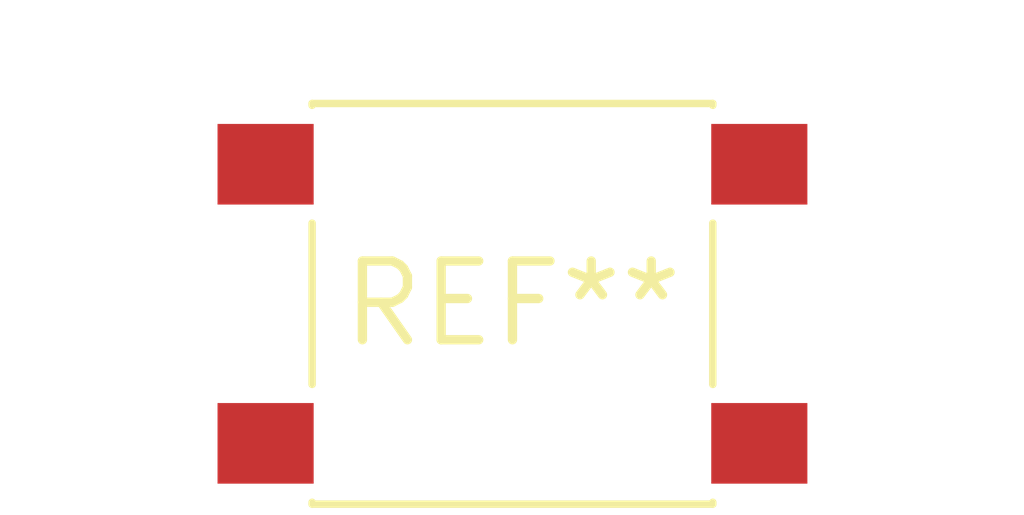
<source format=kicad_pcb>
(kicad_pcb (version 20240108) (generator pcbnew)
  (layers (0 "F.Cu" signal) (31 "B.Cu" signal) (34 "B.Paste" user) (35 "F.Paste" user) (36 "B.SilkS" user "B.Silkscreen") (37 "F.SilkS" user "F.Silkscreen") (38 "B.Mask" user) (39 "F.Mask" user) (44 "Edge.Cuts" user))
  (net 0 "")
  (footprint "SW_SPST_PTS645" (layer "F.Cu") (at 0 0)
    (property "Reference" "REF**")
    (property "Value" "SW_SPST_PTS645")
    (fp_line (start -3.23 -3.23) (end 3.23 -3.23) (layer "F.SilkS") (stroke (width 0.12)))
    (fp_line (start -3.23 -3.2) (end -3.23 -3.23) (layer "F.SilkS") (stroke (width 0.12)))
    (fp_line (start -3.23 -1.3) (end -3.23 1.3) (layer "F.SilkS") (stroke (width 0.12)))
    (fp_line (start -3.23 3.23) (end -3.23 3.2) (layer "F.SilkS") (stroke (width 0.12)))
    (fp_line (start -3.23 3.23) (end 3.23 3.23) (layer "F.SilkS") (stroke (width 0.12)))
    (fp_line (start 3.23 -3.23) (end 3.23 -3.2) (layer "F.SilkS") (stroke (width 0.12)))
    (fp_line (start 3.23 -1.3) (end 3.23 1.3) (layer "F.SilkS") (stroke (width 0.12)))
    (fp_line (start 3.23 3.23) (end 3.23 3.2) (layer "F.SilkS") (stroke (width 0.12)))
    (pad "1" smd rect (at -3.98 -2.25) (size 1.55 1.3) (layers "F.Cu" "F.Paste" "F.Mask"))
    (pad "1" smd rect (at 3.98 -2.25) (size 1.55 1.3) (layers "F.Cu" "F.Paste" "F.Mask"))
    (pad "2" smd rect (at -3.98 2.25) (size 1.55 1.3) (layers "F.Cu" "F.Paste" "F.Mask"))
    (pad "2" smd rect (at 3.98 2.25) (size 1.55 1.3) (layers "F.Cu" "F.Paste" "F.Mask"))
  )
)
</source>
